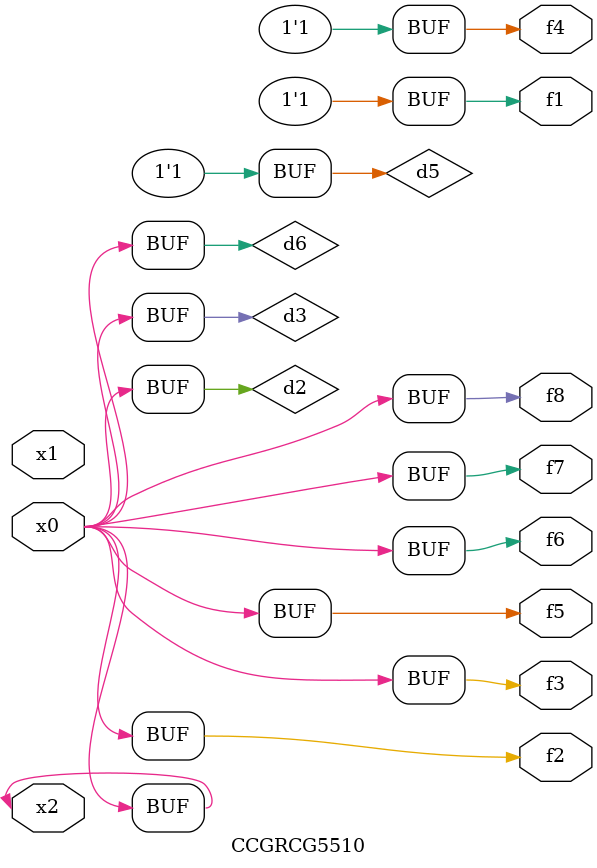
<source format=v>
module CCGRCG5510(
	input x0, x1, x2,
	output f1, f2, f3, f4, f5, f6, f7, f8
);

	wire d1, d2, d3, d4, d5, d6;

	xnor (d1, x2);
	buf (d2, x0, x2);
	and (d3, x0);
	xnor (d4, x1, x2);
	nand (d5, d1, d3);
	buf (d6, d2, d3);
	assign f1 = d5;
	assign f2 = d6;
	assign f3 = d6;
	assign f4 = d5;
	assign f5 = d6;
	assign f6 = d6;
	assign f7 = d6;
	assign f8 = d6;
endmodule

</source>
